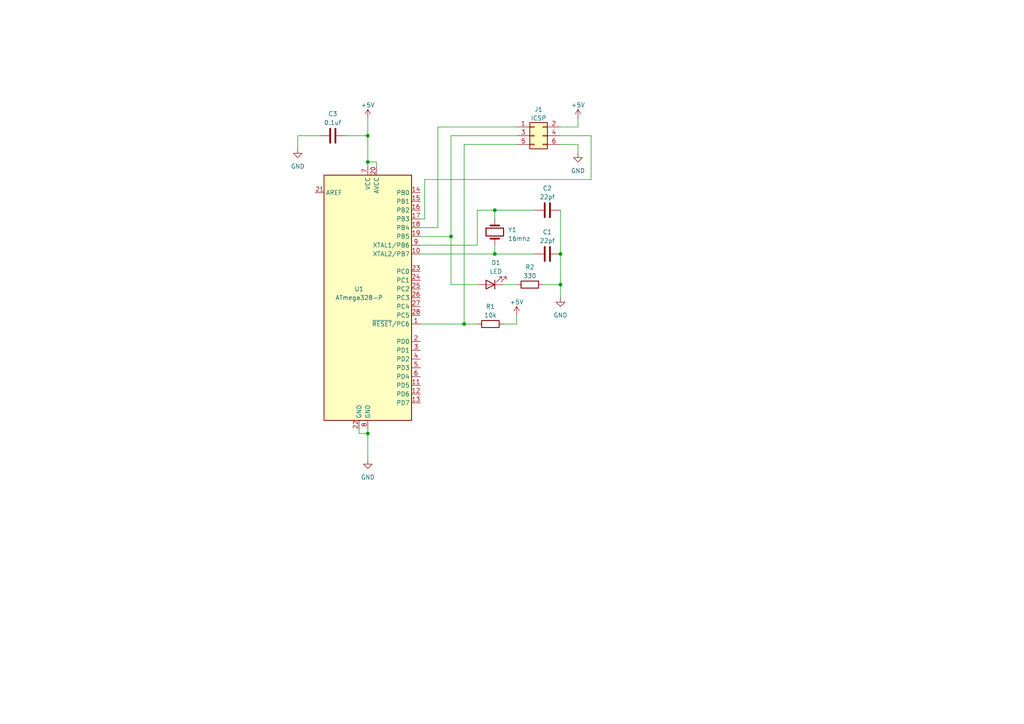
<source format=kicad_sch>
(kicad_sch (version 20230121) (generator eeschema)
  (paper "A4")
  (lib_symbols
    (symbol "Connector_Generic:Conn_02x03_Odd_Even" (pin_names (offset 1.016) hide)
      (property "Reference" "J" (at 1.27 5.08 0))
      (property "Value" "Conn_02x03_Odd_Even" (at 1.27 -5.08 0))
      (symbol "Conn_02x03_Odd_Even_1_1"
        (rectangle (start -1.27 -2.413) (end 0 -2.667) (stroke (width 0.1524)))
        (rectangle (start -1.27 0.127) (end 0 -0.127) (stroke (width 0.1524)))
        (rectangle (start -1.27 2.667) (end 0 2.413) (stroke (width 0.1524)))
        (rectangle (start -1.27 3.81) (end 3.81 -3.81) (stroke (width 0.254)) (fill (type background)))
        (rectangle (start 3.81 -2.413) (end 2.54 -2.667) (stroke (width 0.1524)))
        (rectangle (start 3.81 0.127) (end 2.54 -0.127) (stroke (width 0.1524)))
        (rectangle (start 3.81 2.667) (end 2.54 2.413) (stroke (width 0.1524)))
        (pin passive line (at -5.08 2.54 0) (length 3.81) (name "Pin_1") (number "1"))
        (pin passive line (at 7.62 2.54 180) (length 3.81) (name "Pin_2") (number "2"))
        (pin passive line (at -5.08 0 0) (length 3.81) (name "Pin_3") (number "3"))
        (pin passive line (at 7.62 0 180) (length 3.81) (name "Pin_4") (number "4"))
        (pin passive line (at -5.08 -2.54 0) (length 3.81) (name "Pin_5") (number "5"))
        (pin passive line (at 7.62 -2.54 180) (length 3.81) (name "Pin_6") (number "6"))
      )
    )
    (symbol "Device:C" (pin_numbers hide) (pin_names (offset 0.254))
      (property "Reference" "C" (at 0.635 2.54 0))
      (property "Value" "C" (at 0.635 -2.54 0))
      (symbol "C_0_1"
        (polyline (pts (xy -2.032 -0.762) (xy 2.032 -0.762)) (stroke (width 0.508)))
        (polyline (pts (xy -2.032 0.762) (xy 2.032 0.762)) (stroke (width 0.508)))
      )
      (symbol "C_1_1"
        (pin passive line (at 0 3.81 270) (length 2.794) (name "~") (number "1"))
        (pin passive line (at 0 -3.81 90) (length 2.794) (name "~") (number "2"))
      )
    )
    (symbol "Device:Crystal" (pin_numbers hide) (pin_names (offset 1.016) hide)
      (property "Reference" "Y" (at 0 3.81 0))
      (property "Value" "Crystal" (at 0 -3.81 0))
      (symbol "Crystal_0_1"
        (rectangle (start -1.143 2.54) (end 1.143 -2.54) (stroke (width 0.3048)))
        (polyline (pts (xy -2.54 0) (xy -1.905 0)))
        (polyline (pts (xy -1.905 -1.27) (xy -1.905 1.27)) (stroke (width 0.508)))
        (polyline (pts (xy 1.905 -1.27) (xy 1.905 1.27)) (stroke (width 0.508)))
        (polyline (pts (xy 2.54 0) (xy 1.905 0)))
      )
      (symbol "Crystal_1_1"
        (pin passive line (at -3.81 0 0) (length 1.27) (name "1") (number "1"))
        (pin passive line (at 3.81 0 180) (length 1.27) (name "2") (number "2"))
      )
    )
    (symbol "Device:LED" (pin_numbers hide) (pin_names (offset 1.016) hide)
      (property "Reference" "D" (at 0 2.54 0))
      (property "Value" "LED" (at 0 -2.54 0))
      (symbol "LED_0_1"
        (polyline (pts (xy -1.27 -1.27) (xy -1.27 1.27)) (stroke (width 0.254)))
        (polyline (pts (xy -1.27 0) (xy 1.27 0)))
        (polyline (pts (xy 1.27 -1.27) (xy 1.27 1.27) (xy -1.27 0) (xy 1.27 -1.27)) (stroke (width 0.254)))
        (polyline (pts (xy -3.048 -0.762) (xy -4.572 -2.286) (xy -3.81 -2.286) (xy -4.572 -2.286) (xy -4.572 -1.524)))
        (polyline (pts (xy -1.778 -0.762) (xy -3.302 -2.286) (xy -2.54 -2.286) (xy -3.302 -2.286) (xy -3.302 -1.524)))
      )
      (symbol "LED_1_1"
        (pin passive line (at -3.81 0 0) (length 2.54) (name "K") (number "1"))
        (pin passive line (at 3.81 0 180) (length 2.54) (name "A") (number "2"))
      )
    )
    (symbol "Device:R" (pin_numbers hide) (pin_names (offset 0))
      (property "Reference" "R" (at 2.032 0 90))
      (property "Value" "R" (at 0 0 90))
      (symbol "R_0_1"
        (rectangle (start -1.016 -2.54) (end 1.016 2.54) (stroke (width 0.254)))
      )
      (symbol "R_1_1"
        (pin passive line (at 0 3.81 270) (length 1.27) (name "~") (number "1"))
        (pin passive line (at 0 -3.81 90) (length 1.27) (name "~") (number "2"))
      )
    )
    (symbol "MCU_Microchip_ATmega:ATmega328-P"
      (property "Reference" "U1" (at -2.54 2.54 0))
      (property "Value" "ATmega328-P" (at -2.54 0 0))
      (symbol "ATmega328-P_0_1"
        (rectangle (start -12.7 35.56) (end 12.7 -35.56) (stroke (width 0.254)) (fill (type background)))
      )
      (symbol "ATmega328-P_1_1"
        (pin bidirectional line (at 15.24 -7.62 180) (length 2.54) (name "~{RESET}/PC6") (number "1"))
        (pin bidirectional line (at 15.24 12.7 180) (length 2.54) (name "XTAL2/PB7") (number "10"))
        (pin bidirectional line (at 15.24 -25.4 180) (length 2.54) (name "PD5") (number "11"))
        (pin bidirectional line (at 15.24 -27.94 180) (length 2.54) (name "PD6") (number "12"))
        (pin bidirectional line (at 15.24 -30.48 180) (length 2.54) (name "PD7") (number "13"))
        (pin bidirectional line (at 15.24 30.48 180) (length 2.54) (name "PB0") (number "14"))
        (pin bidirectional line (at 15.24 27.94 180) (length 2.54) (name "PB1") (number "15"))
        (pin bidirectional line (at 15.24 25.4 180) (length 2.54) (name "PB2") (number "16"))
        (pin bidirectional line (at 15.24 22.86 180) (length 2.54) (name "PB3") (number "17"))
        (pin bidirectional line (at 15.24 20.32 180) (length 2.54) (name "PB4") (number "18"))
        (pin bidirectional line (at 15.24 17.78 180) (length 2.54) (name "PB5") (number "19"))
        (pin bidirectional line (at 15.24 -12.7 180) (length 2.54) (name "PD0") (number "2"))
        (pin power_in line (at 2.54 38.1 270) (length 2.54) (name "AVCC") (number "20"))
        (pin passive line (at -15.24 30.48 0) (length 2.54) (name "AREF") (number "21"))
        (pin passive line (at -2.54 -38.1 90) (length 2.54) (name "GND") (number "22"))
        (pin bidirectional line (at 15.24 7.62 180) (length 2.54) (name "PC0") (number "23"))
        (pin bidirectional line (at 15.24 5.08 180) (length 2.54) (name "PC1") (number "24"))
        (pin bidirectional line (at 15.24 2.54 180) (length 2.54) (name "PC2") (number "25"))
        (pin bidirectional line (at 15.24 0 180) (length 2.54) (name "PC3") (number "26"))
        (pin bidirectional line (at 15.24 -2.54 180) (length 2.54) (name "PC4") (number "27"))
        (pin bidirectional line (at 15.24 -5.08 180) (length 2.54) (name "PC5") (number "28"))
        (pin bidirectional line (at 15.24 -15.24 180) (length 2.54) (name "PD1") (number "3"))
        (pin bidirectional line (at 15.24 -17.78 180) (length 2.54) (name "PD2") (number "4"))
        (pin bidirectional line (at 15.24 -20.32 180) (length 2.54) (name "PD3") (number "5"))
        (pin bidirectional line (at 15.24 -22.86 180) (length 2.54) (name "PD4") (number "6"))
        (pin power_in line (at 0 38.1 270) (length 2.54) (name "VCC") (number "7"))
        (pin power_in line (at 0 -38.1 90) (length 2.54) (name "GND") (number "8"))
        (pin bidirectional line (at 15.24 15.24 180) (length 2.54) (name "XTAL1/PB6") (number "9"))
      )
    )
    (symbol "power:+5V" (power) (pin_names (offset 0))
      (property "Value" "+5V" (at 0 3.556 0))
      (symbol "+5V_0_1"
        (polyline (pts (xy -0.762 1.27) (xy 0 2.54)))
        (polyline (pts (xy 0 0) (xy 0 2.54)))
        (polyline (pts (xy 0 2.54) (xy 0.762 1.27)))
      )
      (symbol "+5V_1_1"
        (pin power_in line (at 0 0 90) (length 0) hide (name "+5V") (number "1"))
      )
    )
    (symbol "power:GND" (power) (pin_names (offset 0))
      (property "Value" "GND" (at 0 -3.81 0))
      (symbol "GND_0_1"
        (polyline (pts (xy 0 0) (xy 0 -1.27) (xy 1.27 -1.27) (xy 0 -2.54) (xy -1.27 -1.27) (xy 0 -1.27)))
      )
      (symbol "GND_1_1"
        (pin power_in line (at 0 0 270) (length 0) hide (name "GND") (number "1"))
      )
    )
  )
  (junction (at 162.56 73.66))
  (junction (at 162.56 82.55))
  (junction (at 143.51 73.66))
  (junction (at 130.81 68.58))
  (junction (at 134.62 93.98))
  (junction (at 106.68 125.73))
  (junction (at 106.68 39.37))
  (junction (at 106.68 46.99))
  (junction (at 143.51 60.96))
  (wire (pts (xy 121.92 71.12) (xy 138.43 71.12)))
  (wire (pts (xy 121.92 68.58) (xy 130.81 68.58)))
  (wire (pts (xy 121.92 93.98) (xy 134.62 93.98)))
  (wire (pts (xy 92.71 39.37) (xy 86.36 39.37)))
  (wire (pts (xy 121.92 63.5) (xy 123.19 63.5)))
  (wire (pts (xy 106.68 124.46) (xy 106.68 125.73)))
  (wire (pts (xy 149.86 93.98) (xy 146.05 93.98)))
  (wire (pts (xy 127 36.83) (xy 127 66.04)))
  (wire (pts (xy 106.68 34.29) (xy 106.68 39.37)))
  (wire (pts (xy 100.33 39.37) (xy 106.68 39.37)))
  (wire (pts (xy 138.43 82.55) (xy 130.81 82.55)))
  (wire (pts (xy 146.05 82.55) (xy 149.86 82.55)))
  (wire (pts (xy 109.22 48.26) (xy 109.22 46.99)))
  (wire (pts (xy 86.36 39.37) (xy 86.36 43.18)))
  (wire (pts (xy 121.92 66.04) (xy 127 66.04)))
  (wire (pts (xy 106.68 39.37) (xy 106.68 46.99)))
  (wire (pts (xy 143.51 73.66) (xy 154.94 73.66)))
  (wire (pts (xy 134.62 41.91) (xy 134.62 93.98)))
  (wire (pts (xy 138.43 93.98) (xy 134.62 93.98)))
  (wire (pts (xy 106.68 46.99) (xy 106.68 48.26)))
  (wire (pts (xy 130.81 82.55) (xy 130.81 68.58)))
  (wire (pts (xy 167.64 34.29) (xy 167.64 36.83)))
  (wire (pts (xy 109.22 46.99) (xy 106.68 46.99)))
  (wire (pts (xy 149.86 93.98) (xy 149.86 91.44)))
  (wire (pts (xy 162.56 60.96) (xy 162.56 73.66)))
  (wire (pts (xy 138.43 71.12) (xy 138.43 60.96)))
  (wire (pts (xy 106.68 125.73) (xy 106.68 133.35)))
  (wire (pts (xy 123.19 63.5) (xy 123.19 52.07)))
  (wire (pts (xy 130.81 39.37) (xy 130.81 68.58)))
  (wire (pts (xy 162.56 41.91) (xy 167.64 41.91)))
  (wire (pts (xy 162.56 73.66) (xy 162.56 82.55)))
  (wire (pts (xy 104.14 125.73) (xy 106.68 125.73)))
  (wire (pts (xy 138.43 60.96) (xy 143.51 60.96)))
  (wire (pts (xy 149.86 39.37) (xy 130.81 39.37)))
  (wire (pts (xy 167.64 41.91) (xy 167.64 44.45)))
  (wire (pts (xy 149.86 41.91) (xy 134.62 41.91)))
  (wire (pts (xy 104.14 125.73) (xy 104.14 124.46)))
  (wire (pts (xy 143.51 60.96) (xy 143.51 63.5)))
  (wire (pts (xy 127 36.83) (xy 149.86 36.83)))
  (wire (pts (xy 157.48 82.55) (xy 162.56 82.55)))
  (wire (pts (xy 143.51 71.12) (xy 143.51 73.66)))
  (wire (pts (xy 143.51 60.96) (xy 154.94 60.96)))
  (wire (pts (xy 162.56 82.55) (xy 162.56 86.36)))
  (wire (pts (xy 162.56 39.37) (xy 171.45 39.37)))
  (wire (pts (xy 162.56 36.83) (xy 167.64 36.83)))
  (wire (pts (xy 123.19 52.07) (xy 171.45 52.07)))
  (wire (pts (xy 171.45 52.07) (xy 171.45 39.37)))
  (wire (pts (xy 143.51 73.66) (xy 121.92 73.66)))
  (symbol (lib_id "power:+5V") (at 167.64 34.29 0) (unit 1)
    (property "Reference" "#PWR06" (effects hide))
    (property "Value" "+5V" (at 167.64 30.48 0))
  )
  (symbol (lib_id "Device:C") (at 158.75 60.96 90) (unit 1)
    (property "Reference" "C2" (at 158.75 54.61 90))
    (property "Value" "22pf" (at 158.75 57.15 90))
  )
  (symbol (lib_id "Device:Crystal") (at 143.51 67.31 90) (unit 1)
    (property "Reference" "Y1" (at 147.32 66.675 90) (effects (justify right)))
    (property "Value" "16mhz" (at 147.32 69.215 90) (effects (justify right)))
  )
  (symbol (lib_id "power:GND") (at 86.36 43.18 0) (unit 1)
    (property "Reference" "#PWR05" (effects hide))
    (property "Value" "GND" (at 86.36 48.26 0))
  )
  (symbol (lib_id "Device:C") (at 158.75 73.66 90) (unit 1)
    (property "Reference" "C1" (at 158.75 67.31 90))
    (property "Value" "22pf" (at 158.75 69.85 90))
  )
  (symbol (lib_id "Connector_Generic:Conn_02x03_Odd_Even") (at 154.94 39.37 0) (unit 1)
    (property "Reference" "J1" (at 156.21 31.75 0))
    (property "Value" "ICSP" (at 156.21 34.29 0))
  )
  (symbol (lib_id "power:+5V") (at 106.68 34.29 0) (unit 1)
    (property "Reference" "#PWR01" (effects hide))
    (property "Value" "+5V" (at 106.68 30.48 0))
  )
  (symbol (lib_id "power:+5V") (at 149.86 91.44 0) (unit 1)
    (property "Reference" "#PWR03" (effects hide))
    (property "Value" "+5V" (at 149.86 87.63 0))
  )
  (symbol (lib_id "Device:R") (at 142.24 93.98 90) (unit 1)
    (property "Reference" "R1" (at 142.24 88.9 90))
    (property "Value" "10k" (at 142.24 91.44 90))
  )
  (symbol (lib_id "power:GND") (at 106.68 133.35 0) (unit 1)
    (property "Reference" "#PWR02" (effects hide))
    (property "Value" "GND" (at 106.68 138.43 0))
  )
  (symbol (lib_id "power:GND") (at 167.64 44.45 0) (unit 1)
    (property "Reference" "#PWR07" (effects hide))
    (property "Value" "GND" (at 167.64 49.53 0))
  )
  (symbol (lib_id "Device:C") (at 96.52 39.37 90) (unit 1)
    (property "Reference" "C3" (at 96.52 33.02 90))
    (property "Value" "0.1uf" (at 96.52 35.56 90))
  )
  (symbol (lib_id "MCU_Microchip_ATmega:ATmega328-P") (at 106.68 86.36 0) (unit 1)
    (property "Reference" "U1" (at 104.14 83.82 0))
    (property "Value" "ATmega328-P" (at 104.14 86.36 0))
    (property "Footprint" "Package_DIP:DIP-28_W7.62mm" (effects hide))
    (property "Datasheet" "http://ww1.microchip.com/downloads/en/DeviceDoc/ATmega328_P%20AVR%20MCU%20with%20picoPower%20Technology%20Data%20Sheet%2040001984A.pdf" (effects hide))
  )
  (symbol (lib_id "Device:LED") (at 142.24 82.55 180) (unit 1)
    (property "Reference" "D1" (at 143.8275 76.2 0))
    (property "Value" "LED" (at 143.8275 78.74 0))
  )
  (symbol (lib_id "Device:R") (at 153.67 82.55 90) (unit 1)
    (property "Reference" "R2" (at 153.67 77.47 90))
    (property "Value" "330" (at 153.67 80.01 90))
  )
  (symbol (lib_id "power:GND") (at 162.56 86.36 0) (unit 1)
    (property "Reference" "#PWR04" (effects hide))
    (property "Value" "GND" (at 162.56 91.44 0))
  )
)
</source>
